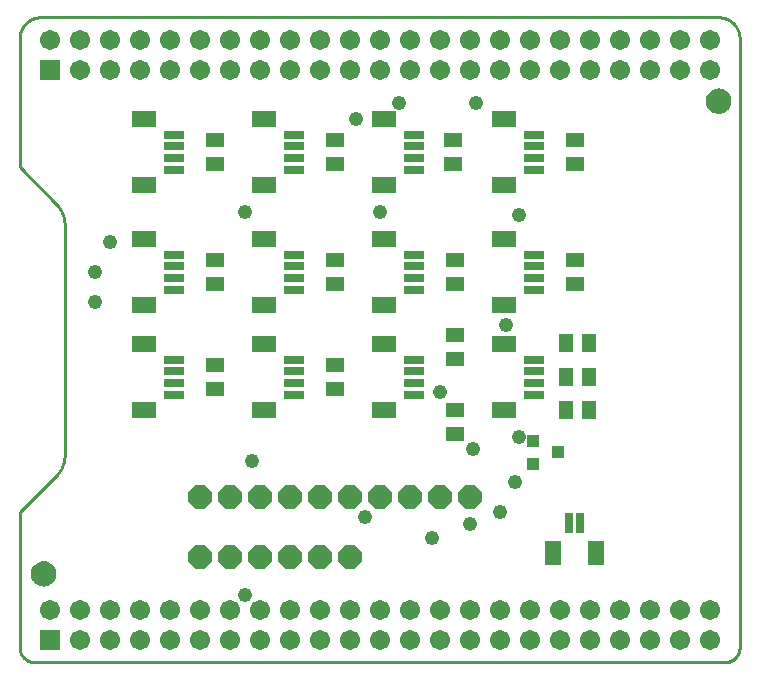
<source format=gts>
G75*
%MOIN*%
%OFA0B0*%
%FSLAX25Y25*%
%IPPOS*%
%LPD*%
%AMOC8*
5,1,8,0,0,1.08239X$1,22.5*
%
%ADD10C,0.01000*%
%ADD11R,0.06737X0.06737*%
%ADD12C,0.06737*%
%ADD13OC8,0.07800*%
%ADD14R,0.06312X0.05131*%
%ADD15R,0.06902X0.03162*%
%ADD16R,0.07887X0.05524*%
%ADD17R,0.05131X0.06312*%
%ADD18R,0.04343X0.03950*%
%ADD19R,0.03162X0.06902*%
%ADD20R,0.05524X0.07887*%
%ADD21C,0.00500*%
%ADD22C,0.04762*%
D10*
X0075000Y0055000D02*
X0305000Y0055000D01*
X0305140Y0055002D01*
X0305280Y0055008D01*
X0305420Y0055018D01*
X0305560Y0055031D01*
X0305699Y0055049D01*
X0305838Y0055071D01*
X0305975Y0055096D01*
X0306113Y0055125D01*
X0306249Y0055158D01*
X0306384Y0055195D01*
X0306518Y0055236D01*
X0306651Y0055281D01*
X0306783Y0055329D01*
X0306913Y0055381D01*
X0307042Y0055436D01*
X0307169Y0055495D01*
X0307295Y0055558D01*
X0307419Y0055624D01*
X0307540Y0055693D01*
X0307660Y0055766D01*
X0307778Y0055843D01*
X0307893Y0055922D01*
X0308007Y0056005D01*
X0308117Y0056091D01*
X0308226Y0056180D01*
X0308332Y0056272D01*
X0308435Y0056367D01*
X0308536Y0056464D01*
X0308633Y0056565D01*
X0308728Y0056668D01*
X0308820Y0056774D01*
X0308909Y0056883D01*
X0308995Y0056993D01*
X0309078Y0057107D01*
X0309157Y0057222D01*
X0309234Y0057340D01*
X0309307Y0057460D01*
X0309376Y0057581D01*
X0309442Y0057705D01*
X0309505Y0057831D01*
X0309564Y0057958D01*
X0309619Y0058087D01*
X0309671Y0058217D01*
X0309719Y0058349D01*
X0309764Y0058482D01*
X0309805Y0058616D01*
X0309842Y0058751D01*
X0309875Y0058887D01*
X0309904Y0059025D01*
X0309929Y0059162D01*
X0309951Y0059301D01*
X0309969Y0059440D01*
X0309982Y0059580D01*
X0309992Y0059720D01*
X0309998Y0059860D01*
X0310000Y0060000D01*
X0310000Y0262929D01*
X0309998Y0263100D01*
X0309992Y0263271D01*
X0309981Y0263441D01*
X0309967Y0263611D01*
X0309948Y0263781D01*
X0309926Y0263951D01*
X0309899Y0264119D01*
X0309868Y0264288D01*
X0309833Y0264455D01*
X0309795Y0264621D01*
X0309752Y0264787D01*
X0309705Y0264951D01*
X0309654Y0265114D01*
X0309599Y0265276D01*
X0309540Y0265436D01*
X0309478Y0265595D01*
X0309412Y0265753D01*
X0309342Y0265909D01*
X0309268Y0266063D01*
X0309190Y0266215D01*
X0309109Y0266365D01*
X0309024Y0266514D01*
X0308936Y0266660D01*
X0308844Y0266804D01*
X0308748Y0266946D01*
X0308650Y0267085D01*
X0308547Y0267222D01*
X0308442Y0267357D01*
X0308333Y0267489D01*
X0308222Y0267618D01*
X0308107Y0267744D01*
X0307989Y0267868D01*
X0307868Y0267989D01*
X0307744Y0268107D01*
X0307618Y0268222D01*
X0307489Y0268333D01*
X0307357Y0268442D01*
X0307222Y0268547D01*
X0307085Y0268650D01*
X0306946Y0268748D01*
X0306804Y0268844D01*
X0306660Y0268936D01*
X0306514Y0269024D01*
X0306365Y0269109D01*
X0306215Y0269190D01*
X0306063Y0269268D01*
X0305909Y0269342D01*
X0305753Y0269412D01*
X0305595Y0269478D01*
X0305436Y0269540D01*
X0305276Y0269599D01*
X0305114Y0269654D01*
X0304951Y0269705D01*
X0304787Y0269752D01*
X0304621Y0269795D01*
X0304455Y0269833D01*
X0304288Y0269868D01*
X0304119Y0269899D01*
X0303951Y0269926D01*
X0303781Y0269948D01*
X0303611Y0269967D01*
X0303441Y0269981D01*
X0303271Y0269992D01*
X0303100Y0269998D01*
X0302929Y0270000D01*
X0077071Y0270000D01*
X0070000Y0265000D02*
X0070000Y0220000D01*
X0082071Y0207929D01*
X0085000Y0200858D02*
X0085000Y0124142D01*
X0084997Y0123904D01*
X0084989Y0123666D01*
X0084975Y0123429D01*
X0084955Y0123191D01*
X0084929Y0122955D01*
X0084898Y0122719D01*
X0084862Y0122484D01*
X0084819Y0122249D01*
X0084771Y0122016D01*
X0084718Y0121784D01*
X0084659Y0121554D01*
X0084595Y0121325D01*
X0084525Y0121097D01*
X0084450Y0120871D01*
X0084369Y0120647D01*
X0084284Y0120425D01*
X0084193Y0120205D01*
X0084096Y0119988D01*
X0083995Y0119773D01*
X0083888Y0119560D01*
X0083777Y0119350D01*
X0083660Y0119142D01*
X0083539Y0118937D01*
X0083413Y0118736D01*
X0083281Y0118537D01*
X0083146Y0118341D01*
X0083005Y0118149D01*
X0082861Y0117960D01*
X0082711Y0117775D01*
X0082557Y0117593D01*
X0082400Y0117415D01*
X0082237Y0117241D01*
X0082071Y0117071D01*
X0070000Y0105000D01*
X0070000Y0060000D01*
X0070002Y0059860D01*
X0070008Y0059720D01*
X0070018Y0059580D01*
X0070031Y0059440D01*
X0070049Y0059301D01*
X0070071Y0059162D01*
X0070096Y0059025D01*
X0070125Y0058887D01*
X0070158Y0058751D01*
X0070195Y0058616D01*
X0070236Y0058482D01*
X0070281Y0058349D01*
X0070329Y0058217D01*
X0070381Y0058087D01*
X0070436Y0057958D01*
X0070495Y0057831D01*
X0070558Y0057705D01*
X0070624Y0057581D01*
X0070693Y0057460D01*
X0070766Y0057340D01*
X0070843Y0057222D01*
X0070922Y0057107D01*
X0071005Y0056993D01*
X0071091Y0056883D01*
X0071180Y0056774D01*
X0071272Y0056668D01*
X0071367Y0056565D01*
X0071464Y0056464D01*
X0071565Y0056367D01*
X0071668Y0056272D01*
X0071774Y0056180D01*
X0071883Y0056091D01*
X0071993Y0056005D01*
X0072107Y0055922D01*
X0072222Y0055843D01*
X0072340Y0055766D01*
X0072460Y0055693D01*
X0072581Y0055624D01*
X0072705Y0055558D01*
X0072831Y0055495D01*
X0072958Y0055436D01*
X0073087Y0055381D01*
X0073217Y0055329D01*
X0073349Y0055281D01*
X0073482Y0055236D01*
X0073616Y0055195D01*
X0073751Y0055158D01*
X0073887Y0055125D01*
X0074025Y0055096D01*
X0074162Y0055071D01*
X0074301Y0055049D01*
X0074440Y0055031D01*
X0074580Y0055018D01*
X0074720Y0055008D01*
X0074860Y0055002D01*
X0075000Y0055000D01*
X0074860Y0055002D01*
X0074720Y0055008D01*
X0074580Y0055018D01*
X0074440Y0055031D01*
X0074301Y0055049D01*
X0074162Y0055071D01*
X0074025Y0055096D01*
X0073887Y0055125D01*
X0073751Y0055158D01*
X0073616Y0055195D01*
X0073482Y0055236D01*
X0073349Y0055281D01*
X0073217Y0055329D01*
X0073087Y0055381D01*
X0072958Y0055436D01*
X0072831Y0055495D01*
X0072705Y0055558D01*
X0072581Y0055624D01*
X0072460Y0055693D01*
X0072340Y0055766D01*
X0072222Y0055843D01*
X0072107Y0055922D01*
X0071993Y0056005D01*
X0071883Y0056091D01*
X0071774Y0056180D01*
X0071668Y0056272D01*
X0071565Y0056367D01*
X0071464Y0056464D01*
X0071367Y0056565D01*
X0071272Y0056668D01*
X0071180Y0056774D01*
X0071091Y0056883D01*
X0071005Y0056993D01*
X0070922Y0057107D01*
X0070843Y0057222D01*
X0070766Y0057340D01*
X0070693Y0057460D01*
X0070624Y0057581D01*
X0070558Y0057705D01*
X0070495Y0057831D01*
X0070436Y0057958D01*
X0070381Y0058087D01*
X0070329Y0058217D01*
X0070281Y0058349D01*
X0070236Y0058482D01*
X0070195Y0058616D01*
X0070158Y0058751D01*
X0070125Y0058887D01*
X0070096Y0059025D01*
X0070071Y0059162D01*
X0070049Y0059301D01*
X0070031Y0059440D01*
X0070018Y0059580D01*
X0070008Y0059720D01*
X0070002Y0059860D01*
X0070000Y0060000D01*
X0085000Y0200858D02*
X0084997Y0201096D01*
X0084989Y0201334D01*
X0084975Y0201571D01*
X0084955Y0201809D01*
X0084929Y0202045D01*
X0084898Y0202281D01*
X0084862Y0202516D01*
X0084819Y0202751D01*
X0084771Y0202984D01*
X0084718Y0203216D01*
X0084659Y0203446D01*
X0084595Y0203675D01*
X0084525Y0203903D01*
X0084450Y0204129D01*
X0084369Y0204353D01*
X0084284Y0204575D01*
X0084193Y0204795D01*
X0084096Y0205012D01*
X0083995Y0205227D01*
X0083888Y0205440D01*
X0083777Y0205650D01*
X0083660Y0205858D01*
X0083539Y0206063D01*
X0083413Y0206264D01*
X0083281Y0206463D01*
X0083146Y0206659D01*
X0083005Y0206851D01*
X0082861Y0207040D01*
X0082711Y0207225D01*
X0082557Y0207407D01*
X0082400Y0207585D01*
X0082237Y0207759D01*
X0082071Y0207929D01*
X0070000Y0262929D02*
X0070002Y0263100D01*
X0070008Y0263271D01*
X0070019Y0263441D01*
X0070033Y0263611D01*
X0070052Y0263781D01*
X0070074Y0263951D01*
X0070101Y0264119D01*
X0070132Y0264288D01*
X0070167Y0264455D01*
X0070205Y0264621D01*
X0070248Y0264787D01*
X0070295Y0264951D01*
X0070346Y0265114D01*
X0070401Y0265276D01*
X0070460Y0265436D01*
X0070522Y0265595D01*
X0070588Y0265753D01*
X0070658Y0265909D01*
X0070732Y0266063D01*
X0070810Y0266215D01*
X0070891Y0266365D01*
X0070976Y0266514D01*
X0071064Y0266660D01*
X0071156Y0266804D01*
X0071252Y0266946D01*
X0071350Y0267085D01*
X0071453Y0267222D01*
X0071558Y0267357D01*
X0071667Y0267489D01*
X0071778Y0267618D01*
X0071893Y0267744D01*
X0072011Y0267868D01*
X0072132Y0267989D01*
X0072256Y0268107D01*
X0072382Y0268222D01*
X0072511Y0268333D01*
X0072643Y0268442D01*
X0072778Y0268547D01*
X0072915Y0268650D01*
X0073054Y0268748D01*
X0073196Y0268844D01*
X0073340Y0268936D01*
X0073486Y0269024D01*
X0073635Y0269109D01*
X0073785Y0269190D01*
X0073937Y0269268D01*
X0074091Y0269342D01*
X0074247Y0269412D01*
X0074405Y0269478D01*
X0074564Y0269540D01*
X0074724Y0269599D01*
X0074886Y0269654D01*
X0075049Y0269705D01*
X0075213Y0269752D01*
X0075379Y0269795D01*
X0075545Y0269833D01*
X0075712Y0269868D01*
X0075881Y0269899D01*
X0076049Y0269926D01*
X0076219Y0269948D01*
X0076389Y0269967D01*
X0076559Y0269981D01*
X0076729Y0269992D01*
X0076900Y0269998D01*
X0077071Y0270000D01*
D11*
X0080000Y0252500D03*
X0080000Y0062500D03*
D12*
X0090000Y0062500D03*
X0100000Y0062500D03*
X0110000Y0062500D03*
X0120000Y0062500D03*
X0130000Y0062500D03*
X0140000Y0062500D03*
X0150000Y0062500D03*
X0160000Y0062500D03*
X0170000Y0062500D03*
X0180000Y0062500D03*
X0190000Y0062500D03*
X0200000Y0062500D03*
X0210000Y0062500D03*
X0220000Y0062500D03*
X0230000Y0062500D03*
X0240000Y0062500D03*
X0250000Y0062500D03*
X0260000Y0062500D03*
X0270000Y0062500D03*
X0280000Y0062500D03*
X0290000Y0062500D03*
X0300000Y0062500D03*
X0300000Y0072500D03*
X0290000Y0072500D03*
X0280000Y0072500D03*
X0270000Y0072500D03*
X0260000Y0072500D03*
X0250000Y0072500D03*
X0240000Y0072500D03*
X0230000Y0072500D03*
X0220000Y0072500D03*
X0210000Y0072500D03*
X0200000Y0072500D03*
X0190000Y0072500D03*
X0180000Y0072500D03*
X0170000Y0072500D03*
X0160000Y0072500D03*
X0150000Y0072500D03*
X0140000Y0072500D03*
X0130000Y0072500D03*
X0120000Y0072500D03*
X0110000Y0072500D03*
X0100000Y0072500D03*
X0090000Y0072500D03*
X0080000Y0072500D03*
X0090000Y0252500D03*
X0100000Y0252500D03*
X0110000Y0252500D03*
X0120000Y0252500D03*
X0130000Y0252500D03*
X0140000Y0252500D03*
X0150000Y0252500D03*
X0160000Y0252500D03*
X0170000Y0252500D03*
X0180000Y0252500D03*
X0190000Y0252500D03*
X0200000Y0252500D03*
X0210000Y0252500D03*
X0220000Y0252500D03*
X0230000Y0252500D03*
X0240000Y0252500D03*
X0250000Y0252500D03*
X0260000Y0252500D03*
X0270000Y0252500D03*
X0280000Y0252500D03*
X0290000Y0252500D03*
X0300000Y0252500D03*
X0300000Y0262500D03*
X0290000Y0262500D03*
X0280000Y0262500D03*
X0270000Y0262500D03*
X0260000Y0262500D03*
X0250000Y0262500D03*
X0240000Y0262500D03*
X0230000Y0262500D03*
X0220000Y0262500D03*
X0210000Y0262500D03*
X0200000Y0262500D03*
X0190000Y0262500D03*
X0180000Y0262500D03*
X0170000Y0262500D03*
X0160000Y0262500D03*
X0150000Y0262500D03*
X0140000Y0262500D03*
X0130000Y0262500D03*
X0120000Y0262500D03*
X0110000Y0262500D03*
X0100000Y0262500D03*
X0090000Y0262500D03*
X0080000Y0262500D03*
D13*
X0130000Y0110000D03*
X0140000Y0110000D03*
X0150000Y0110000D03*
X0160000Y0110000D03*
X0170000Y0110000D03*
X0180000Y0110000D03*
X0190000Y0110000D03*
X0200000Y0110000D03*
X0210000Y0110000D03*
X0220000Y0110000D03*
X0180000Y0090000D03*
X0170000Y0090000D03*
X0160000Y0090000D03*
X0150000Y0090000D03*
X0140000Y0090000D03*
X0130000Y0090000D03*
D14*
X0215000Y0131063D03*
X0215000Y0138937D03*
X0215000Y0156063D03*
X0215000Y0163937D03*
X0215000Y0181063D03*
X0215000Y0188937D03*
X0175000Y0188937D03*
X0175000Y0181063D03*
X0135000Y0181063D03*
X0135000Y0188937D03*
X0135000Y0221063D03*
X0135000Y0228937D03*
X0175000Y0228937D03*
X0175000Y0221063D03*
X0214500Y0221063D03*
X0214500Y0228937D03*
X0255000Y0228937D03*
X0255000Y0221063D03*
X0255000Y0188937D03*
X0255000Y0181063D03*
X0175000Y0153937D03*
X0175000Y0146063D03*
X0135000Y0146063D03*
X0135000Y0153937D03*
D15*
X0121398Y0151969D03*
X0121398Y0155906D03*
X0121398Y0148031D03*
X0121398Y0144094D03*
X0161398Y0144094D03*
X0161398Y0148031D03*
X0161398Y0151969D03*
X0161398Y0155906D03*
X0161398Y0179094D03*
X0161398Y0183031D03*
X0161398Y0186969D03*
X0161398Y0190906D03*
X0201398Y0190906D03*
X0201398Y0186969D03*
X0201398Y0183031D03*
X0201398Y0179094D03*
X0201398Y0155906D03*
X0201398Y0151969D03*
X0201398Y0148031D03*
X0201398Y0144094D03*
X0241398Y0144094D03*
X0241398Y0148031D03*
X0241398Y0151969D03*
X0241398Y0155906D03*
X0241398Y0179094D03*
X0241398Y0183031D03*
X0241398Y0186969D03*
X0241398Y0190906D03*
X0241398Y0219094D03*
X0241398Y0223031D03*
X0241398Y0226969D03*
X0241398Y0230906D03*
X0201398Y0230906D03*
X0201398Y0226969D03*
X0201398Y0223031D03*
X0201398Y0219094D03*
X0161398Y0219094D03*
X0161398Y0223031D03*
X0161398Y0226969D03*
X0161398Y0230906D03*
X0121398Y0230906D03*
X0121398Y0226969D03*
X0121398Y0223031D03*
X0121398Y0219094D03*
X0121398Y0190906D03*
X0121398Y0186969D03*
X0121398Y0183031D03*
X0121398Y0179094D03*
D16*
X0111457Y0173976D03*
X0111457Y0161024D03*
X0111457Y0138976D03*
X0151457Y0138976D03*
X0151457Y0161024D03*
X0151457Y0173976D03*
X0151457Y0196024D03*
X0151457Y0213976D03*
X0151457Y0236024D03*
X0191457Y0236024D03*
X0191457Y0213976D03*
X0191457Y0196024D03*
X0191457Y0173976D03*
X0191457Y0161024D03*
X0191457Y0138976D03*
X0231457Y0138976D03*
X0231457Y0161024D03*
X0231457Y0173976D03*
X0231457Y0196024D03*
X0231457Y0213976D03*
X0231457Y0236024D03*
X0111457Y0236024D03*
X0111457Y0213976D03*
X0111457Y0196024D03*
D17*
X0252063Y0161500D03*
X0259937Y0161500D03*
X0259937Y0150000D03*
X0252063Y0150000D03*
X0252063Y0139000D03*
X0259937Y0139000D03*
D18*
X0249331Y0125000D03*
X0241063Y0121260D03*
X0241063Y0128740D03*
D19*
X0253031Y0101398D03*
X0256969Y0101398D03*
D20*
X0262087Y0091457D03*
X0247913Y0091457D03*
D21*
X0081937Y0084500D02*
X0081877Y0085184D01*
X0081700Y0085847D01*
X0081410Y0086469D01*
X0081016Y0087031D01*
X0080531Y0087516D01*
X0079969Y0087910D01*
X0079347Y0088200D01*
X0078684Y0088377D01*
X0078000Y0088437D01*
X0077316Y0088377D01*
X0076653Y0088200D01*
X0076031Y0087910D01*
X0075469Y0087516D01*
X0074984Y0087031D01*
X0074590Y0086469D01*
X0074300Y0085847D01*
X0074123Y0085184D01*
X0074063Y0084500D01*
X0074123Y0083816D01*
X0074300Y0083153D01*
X0074590Y0082531D01*
X0074984Y0081969D01*
X0075469Y0081484D01*
X0076031Y0081090D01*
X0076653Y0080800D01*
X0077316Y0080623D01*
X0078000Y0080563D01*
X0078684Y0080623D01*
X0079347Y0080800D01*
X0079969Y0081090D01*
X0080531Y0081484D01*
X0081016Y0081969D01*
X0081410Y0082531D01*
X0081700Y0083153D01*
X0081877Y0083816D01*
X0081937Y0084500D01*
X0081916Y0084263D02*
X0074084Y0084263D01*
X0074086Y0084762D02*
X0081914Y0084762D01*
X0081857Y0085260D02*
X0074143Y0085260D01*
X0074277Y0085759D02*
X0081723Y0085759D01*
X0081508Y0086257D02*
X0074492Y0086257D01*
X0074792Y0086756D02*
X0081208Y0086756D01*
X0080792Y0087254D02*
X0075208Y0087254D01*
X0075808Y0087753D02*
X0080192Y0087753D01*
X0079153Y0088251D02*
X0076847Y0088251D01*
X0074137Y0083765D02*
X0081863Y0083765D01*
X0081730Y0083266D02*
X0074270Y0083266D01*
X0074480Y0082768D02*
X0081520Y0082768D01*
X0081226Y0082269D02*
X0074774Y0082269D01*
X0075183Y0081771D02*
X0080817Y0081771D01*
X0080228Y0081272D02*
X0075772Y0081272D01*
X0076753Y0080774D02*
X0079247Y0080774D01*
X0299984Y0239469D02*
X0300469Y0238984D01*
X0301031Y0238590D01*
X0301653Y0238300D01*
X0302316Y0238123D01*
X0303000Y0238063D01*
X0303684Y0238123D01*
X0304347Y0238300D01*
X0304969Y0238590D01*
X0305531Y0238984D01*
X0306016Y0239469D01*
X0306410Y0240031D01*
X0306700Y0240653D01*
X0306877Y0241316D01*
X0306937Y0242000D01*
X0306877Y0242684D01*
X0306700Y0243347D01*
X0306410Y0243969D01*
X0306016Y0244531D01*
X0305531Y0245016D01*
X0304969Y0245410D01*
X0304347Y0245700D01*
X0303684Y0245877D01*
X0303000Y0245937D01*
X0302316Y0245877D01*
X0301653Y0245700D01*
X0301031Y0245410D01*
X0300469Y0245016D01*
X0299984Y0244531D01*
X0299590Y0243969D01*
X0299300Y0243347D01*
X0299123Y0242684D01*
X0299063Y0242000D01*
X0299123Y0241316D01*
X0299300Y0240653D01*
X0299590Y0240031D01*
X0299984Y0239469D01*
X0300153Y0239300D02*
X0305847Y0239300D01*
X0306247Y0239799D02*
X0299753Y0239799D01*
X0299466Y0240297D02*
X0306534Y0240297D01*
X0306738Y0240796D02*
X0299262Y0240796D01*
X0299129Y0241294D02*
X0306871Y0241294D01*
X0306919Y0241793D02*
X0299081Y0241793D01*
X0299088Y0242291D02*
X0306912Y0242291D01*
X0306849Y0242790D02*
X0299151Y0242790D01*
X0299285Y0243288D02*
X0306715Y0243288D01*
X0306494Y0243787D02*
X0299506Y0243787D01*
X0299812Y0244285D02*
X0306188Y0244285D01*
X0305763Y0244784D02*
X0300237Y0244784D01*
X0300850Y0245282D02*
X0305150Y0245282D01*
X0304043Y0245781D02*
X0301957Y0245781D01*
X0300730Y0238802D02*
X0305270Y0238802D01*
X0304353Y0238303D02*
X0301647Y0238303D01*
D22*
X0236500Y0204000D03*
X0190000Y0205000D03*
X0182000Y0236000D03*
X0196500Y0241500D03*
X0222000Y0241500D03*
X0145000Y0205000D03*
X0100000Y0195000D03*
X0095000Y0185000D03*
X0095000Y0175000D03*
X0147500Y0122000D03*
X0185000Y0103500D03*
X0207500Y0096500D03*
X0220000Y0101000D03*
X0230000Y0105000D03*
X0235000Y0115000D03*
X0221000Y0126000D03*
X0236500Y0130000D03*
X0210000Y0145000D03*
X0232000Y0167500D03*
X0145000Y0077500D03*
M02*

</source>
